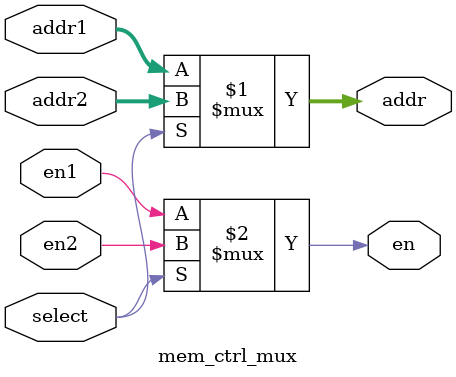
<source format=v>
`timescale 1ns / 1ps

module mem_ctrl_mux(
        input en1,
        input en2,
        output en,
        input [14:0] addr1,
        input [14:0] addr2,
        output [14:0] addr,
        input select
    );
    
    assign addr = select ? addr2 : addr1;
    assign en = select ? en2 : en1;
    
endmodule

</source>
